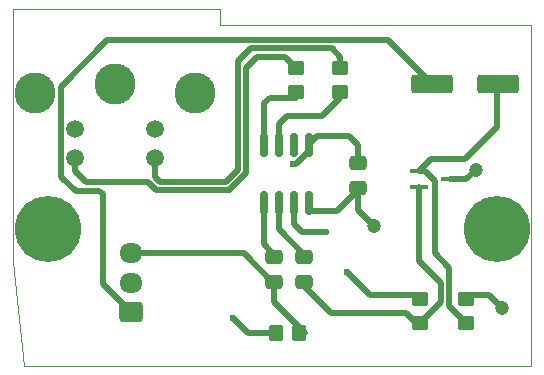
<source format=gbr>
G04 #@! TF.GenerationSoftware,KiCad,Pcbnew,(6.0.10)*
G04 #@! TF.CreationDate,2023-01-19T02:18:08+01:00*
G04 #@! TF.ProjectId,S-VHS ZX Spectrum Rev. D,532d5648-5320-45a5-9820-537065637472,rev?*
G04 #@! TF.SameCoordinates,Original*
G04 #@! TF.FileFunction,Copper,L1,Top*
G04 #@! TF.FilePolarity,Positive*
%FSLAX46Y46*%
G04 Gerber Fmt 4.6, Leading zero omitted, Abs format (unit mm)*
G04 Created by KiCad (PCBNEW (6.0.10)) date 2023-01-19 02:18:08*
%MOMM*%
%LPD*%
G01*
G04 APERTURE LIST*
G04 Aperture macros list*
%AMRoundRect*
0 Rectangle with rounded corners*
0 $1 Rounding radius*
0 $2 $3 $4 $5 $6 $7 $8 $9 X,Y pos of 4 corners*
0 Add a 4 corners polygon primitive as box body*
4,1,4,$2,$3,$4,$5,$6,$7,$8,$9,$2,$3,0*
0 Add four circle primitives for the rounded corners*
1,1,$1+$1,$2,$3*
1,1,$1+$1,$4,$5*
1,1,$1+$1,$6,$7*
1,1,$1+$1,$8,$9*
0 Add four rect primitives between the rounded corners*
20,1,$1+$1,$2,$3,$4,$5,0*
20,1,$1+$1,$4,$5,$6,$7,0*
20,1,$1+$1,$6,$7,$8,$9,0*
20,1,$1+$1,$8,$9,$2,$3,0*%
G04 Aperture macros list end*
G04 #@! TA.AperFunction,Profile*
%ADD10C,0.050000*%
G04 #@! TD*
G04 #@! TA.AperFunction,ComponentPad*
%ADD11C,5.600000*%
G04 #@! TD*
G04 #@! TA.AperFunction,SMDPad,CuDef*
%ADD12RoundRect,0.250000X0.475000X-0.337500X0.475000X0.337500X-0.475000X0.337500X-0.475000X-0.337500X0*%
G04 #@! TD*
G04 #@! TA.AperFunction,SMDPad,CuDef*
%ADD13RoundRect,0.250000X-1.500000X-0.550000X1.500000X-0.550000X1.500000X0.550000X-1.500000X0.550000X0*%
G04 #@! TD*
G04 #@! TA.AperFunction,ComponentPad*
%ADD14C,1.500000*%
G04 #@! TD*
G04 #@! TA.AperFunction,ComponentPad*
%ADD15C,3.465000*%
G04 #@! TD*
G04 #@! TA.AperFunction,SMDPad,CuDef*
%ADD16RoundRect,0.250000X0.450000X-0.350000X0.450000X0.350000X-0.450000X0.350000X-0.450000X-0.350000X0*%
G04 #@! TD*
G04 #@! TA.AperFunction,SMDPad,CuDef*
%ADD17RoundRect,0.150000X0.150000X-0.825000X0.150000X0.825000X-0.150000X0.825000X-0.150000X-0.825000X0*%
G04 #@! TD*
G04 #@! TA.AperFunction,SMDPad,CuDef*
%ADD18RoundRect,0.250000X-0.475000X0.337500X-0.475000X-0.337500X0.475000X-0.337500X0.475000X0.337500X0*%
G04 #@! TD*
G04 #@! TA.AperFunction,SMDPad,CuDef*
%ADD19RoundRect,0.250000X0.350000X0.450000X-0.350000X0.450000X-0.350000X-0.450000X0.350000X-0.450000X0*%
G04 #@! TD*
G04 #@! TA.AperFunction,SMDPad,CuDef*
%ADD20R,1.500000X0.450000*%
G04 #@! TD*
G04 #@! TA.AperFunction,SMDPad,CuDef*
%ADD21RoundRect,0.250000X-0.450000X0.350000X-0.450000X-0.350000X0.450000X-0.350000X0.450000X0.350000X0*%
G04 #@! TD*
G04 #@! TA.AperFunction,ComponentPad*
%ADD22RoundRect,0.250000X0.725000X-0.600000X0.725000X0.600000X-0.725000X0.600000X-0.725000X-0.600000X0*%
G04 #@! TD*
G04 #@! TA.AperFunction,ComponentPad*
%ADD23O,1.950000X1.700000*%
G04 #@! TD*
G04 #@! TA.AperFunction,ViaPad*
%ADD24C,0.600000*%
G04 #@! TD*
G04 #@! TA.AperFunction,ViaPad*
%ADD25C,1.200000*%
G04 #@! TD*
G04 #@! TA.AperFunction,Conductor*
%ADD26C,0.500000*%
G04 #@! TD*
G04 APERTURE END LIST*
D10*
X135763000Y-105283000D02*
X136652000Y-114046000D01*
X179578000Y-85217000D02*
X179578000Y-114046000D01*
X135763000Y-83820000D02*
X135763000Y-105283000D01*
X179578000Y-85217000D02*
X153289000Y-85217000D01*
X153289000Y-83820000D02*
X135763000Y-83820000D01*
X179578000Y-114046000D02*
X136652000Y-114046000D01*
X153289000Y-85217000D02*
X153289000Y-83820000D01*
D11*
X176739000Y-102489000D03*
X138700000Y-102489000D03*
D12*
X164980000Y-98967500D03*
X164980000Y-96892500D03*
D13*
X171190000Y-90170000D03*
X176790000Y-90170000D03*
D14*
X140970000Y-93980000D03*
X147770000Y-93980000D03*
X140970000Y-96480000D03*
X147770000Y-96480000D03*
D15*
X137620000Y-90980000D03*
X144370000Y-90180000D03*
X151120000Y-90980000D03*
D16*
X170180000Y-110427000D03*
X170180000Y-108427000D03*
X159710000Y-90857000D03*
X159710000Y-88857000D03*
X163459000Y-90857000D03*
X163459000Y-88857000D03*
D17*
X156995000Y-100265000D03*
X158265000Y-100265000D03*
X159535000Y-100265000D03*
X160805000Y-100265000D03*
X160805000Y-95315000D03*
X159535000Y-95315000D03*
X158265000Y-95315000D03*
X156995000Y-95315000D03*
D18*
X157880000Y-104842500D03*
X157880000Y-106917500D03*
X160420000Y-104842500D03*
X160420000Y-106917500D03*
D19*
X159993000Y-111248000D03*
X157993000Y-111248000D03*
D20*
X170100000Y-97580000D03*
X170100000Y-98880000D03*
X172760000Y-98230000D03*
D21*
X174117000Y-108427000D03*
X174117000Y-110427000D03*
D22*
X145760000Y-109530000D03*
D23*
X145760000Y-107030000D03*
X145760000Y-104530000D03*
D24*
X162240000Y-102730000D03*
X159455000Y-97005000D03*
X154410000Y-110010000D03*
X164010000Y-106090000D03*
D25*
X174900000Y-97440000D03*
X166290000Y-102180000D03*
X177110000Y-109170000D03*
D26*
X164225000Y-94615000D02*
X161505000Y-94615000D01*
X159535000Y-100965000D02*
X159535000Y-102036500D01*
X164980000Y-95370000D02*
X164225000Y-94615000D01*
X165997000Y-108077000D02*
X164010000Y-106090000D01*
X165997000Y-108077000D02*
X170180000Y-108077000D01*
X159455000Y-97005000D02*
X159668528Y-97005000D01*
X160228500Y-102730000D02*
X162240000Y-102730000D01*
X155648000Y-111248000D02*
X154410000Y-110010000D01*
X157643000Y-111248000D02*
X155648000Y-111248000D01*
X159535000Y-102036500D02*
X160228500Y-102730000D01*
X160805000Y-94615000D02*
X160805000Y-95655000D01*
X161505000Y-94615000D02*
X160805000Y-95315000D01*
X160805000Y-95868528D02*
X160805000Y-95315000D01*
X164980000Y-95370000D02*
X164980000Y-96892500D01*
X159668528Y-97005000D02*
X160805000Y-95868528D01*
X160805000Y-94615000D02*
X160805000Y-94980502D01*
X157880000Y-108658000D02*
X160470000Y-111248000D01*
X155280000Y-104530000D02*
X157880000Y-107130000D01*
X157880000Y-107130000D02*
X157880000Y-108658000D01*
X145760000Y-104530000D02*
X155280000Y-104530000D01*
X156995000Y-103745000D02*
X157880000Y-104630000D01*
X156995000Y-100965000D02*
X156995000Y-103745000D01*
X158265000Y-100965000D02*
X158265000Y-102475000D01*
X158265000Y-102475000D02*
X160420000Y-104630000D01*
X160420000Y-107130000D02*
X160420000Y-107300000D01*
X171970000Y-108637000D02*
X170180000Y-110427000D01*
X162696999Y-109576999D02*
X168979999Y-109576999D01*
X170100000Y-98880000D02*
X170100000Y-105180000D01*
X170180000Y-110777000D02*
X168979999Y-109576999D01*
X170100000Y-105180000D02*
X171970000Y-107050000D01*
X160420000Y-107300000D02*
X162696999Y-109576999D01*
X171970000Y-107050000D02*
X171970000Y-108637000D01*
X143740000Y-86470000D02*
X167490000Y-86470000D01*
X139769999Y-98029999D02*
X139809999Y-98029999D01*
X139802501Y-92027601D02*
X139769999Y-92060103D01*
X143330000Y-107100000D02*
X145760000Y-109530000D01*
X143060000Y-99270000D02*
X143330000Y-99540000D01*
X139802501Y-90407499D02*
X143740000Y-86470000D01*
X139769999Y-92060103D02*
X139769999Y-98029999D01*
X141050000Y-99270000D02*
X143060000Y-99270000D01*
X167490000Y-86470000D02*
X171190000Y-90170000D01*
X139802501Y-90407499D02*
X139802501Y-92027601D01*
X143330000Y-99540000D02*
X143330000Y-107100000D01*
X139809999Y-98029999D02*
X141050000Y-99270000D01*
X147880050Y-99170000D02*
X154140000Y-99170000D01*
X154140000Y-99069950D02*
X155490000Y-97719949D01*
X147180050Y-98470000D02*
X147880050Y-99170000D01*
X154140000Y-99170000D02*
X154140000Y-99069950D01*
X140970000Y-96480000D02*
X140970000Y-97550000D01*
X155490000Y-88810000D02*
X156380000Y-87920000D01*
X140970000Y-97550000D02*
X141890000Y-98470000D01*
X141890000Y-98470000D02*
X147180050Y-98470000D01*
X156380000Y-87920000D02*
X158773000Y-87920000D01*
X158773000Y-87920000D02*
X159710000Y-88857000D01*
X155490000Y-97719949D02*
X155490000Y-88810000D01*
X148170000Y-98470000D02*
X153750000Y-98470000D01*
X154790000Y-97430000D02*
X154790000Y-88270000D01*
X162730000Y-87170000D02*
X163459000Y-87899000D01*
X154790000Y-88270000D02*
X155890000Y-87170000D01*
X155890000Y-87170000D02*
X162730000Y-87170000D01*
X163459000Y-87899000D02*
X163459000Y-88857000D01*
X153750000Y-98470000D02*
X154790000Y-97430000D01*
X147770000Y-96480000D02*
X147770000Y-98070000D01*
X147770000Y-98070000D02*
X148170000Y-98470000D01*
X163195000Y-100965000D02*
X164980000Y-99180000D01*
X174117000Y-108077000D02*
X176017000Y-108077000D01*
X164980000Y-100870000D02*
X166290000Y-102180000D01*
X176017000Y-108077000D02*
X177110000Y-109170000D01*
X164980000Y-98967500D02*
X164980000Y-100870000D01*
X172760000Y-98230000D02*
X174110000Y-98230000D01*
X160805000Y-100965000D02*
X163195000Y-100965000D01*
X164980000Y-99180000D02*
X164980000Y-98967500D01*
X174110000Y-98230000D02*
X174900000Y-97440000D01*
X163459000Y-91334000D02*
X161903000Y-92890000D01*
X161903000Y-92890000D02*
X158918500Y-92890000D01*
X158265000Y-93543500D02*
X158265000Y-95315000D01*
X158918500Y-92890000D02*
X158265000Y-93543500D01*
X171440000Y-104510000D02*
X171440000Y-98434998D01*
X171440000Y-98434998D02*
X170585002Y-97580000D01*
X171170000Y-96510000D02*
X170100000Y-97580000D01*
X176690000Y-90170000D02*
X176690000Y-93790000D01*
X176690000Y-93790000D02*
X173970000Y-96510000D01*
X170585002Y-97580000D02*
X170100000Y-97580000D01*
X171440000Y-104510000D02*
X172670000Y-105740000D01*
X172670000Y-105740000D02*
X172670000Y-108980000D01*
X173970000Y-96510000D02*
X171170000Y-96510000D01*
X172670000Y-108980000D02*
X174117000Y-110427000D01*
X156995000Y-91825000D02*
X156995000Y-95315000D01*
X159710000Y-91334000D02*
X157486000Y-91334000D01*
X157486000Y-91334000D02*
X156995000Y-91825000D01*
M02*

</source>
